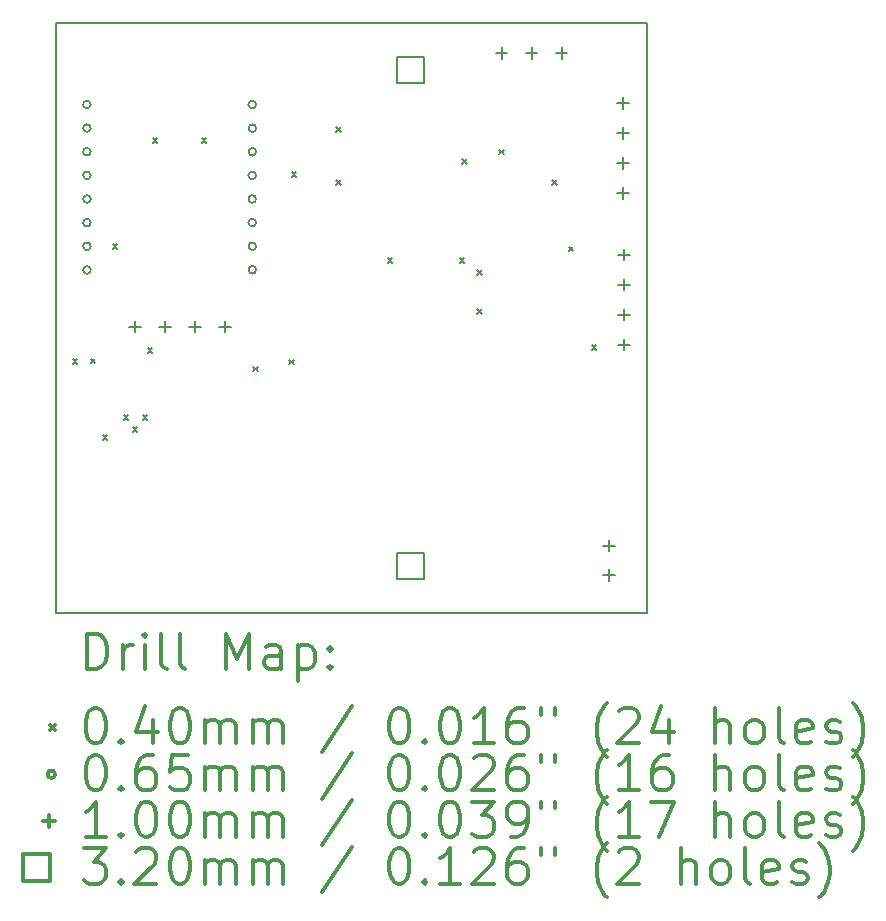
<source format=gbr>
%FSLAX45Y45*%
G04 Gerber Fmt 4.5, Leading zero omitted, Abs format (unit mm)*
G04 Created by KiCad (PCBNEW 4.0.2-stable) date 6/15/2017 12:31:15 PM*
%MOMM*%
G01*
G04 APERTURE LIST*
%ADD10C,0.127000*%
%ADD11C,0.150000*%
%ADD12C,0.200000*%
%ADD13C,0.300000*%
G04 APERTURE END LIST*
D10*
D11*
X10000000Y-10000000D02*
X10000000Y-15000000D01*
X15000000Y-10000000D02*
X10000000Y-10000000D01*
X15000000Y-15000000D02*
X15000000Y-10000000D01*
X10000000Y-15000000D02*
X15000000Y-15000000D01*
D12*
X10140000Y-12847640D02*
X10180000Y-12887640D01*
X10180000Y-12847640D02*
X10140000Y-12887640D01*
X10292400Y-12845100D02*
X10332400Y-12885100D01*
X10332400Y-12845100D02*
X10292400Y-12885100D01*
X10394000Y-13492800D02*
X10434000Y-13532800D01*
X10434000Y-13492800D02*
X10394000Y-13532800D01*
X10479998Y-11874579D02*
X10519998Y-11914579D01*
X10519998Y-11874579D02*
X10479998Y-11914579D01*
X10571800Y-13325160D02*
X10611800Y-13365160D01*
X10611800Y-13325160D02*
X10571800Y-13365160D01*
X10648000Y-13426760D02*
X10688000Y-13466760D01*
X10688000Y-13426760D02*
X10648000Y-13466760D01*
X10734360Y-13325160D02*
X10774360Y-13365160D01*
X10774360Y-13325160D02*
X10734360Y-13365160D01*
X10775000Y-12756200D02*
X10815000Y-12796200D01*
X10815000Y-12756200D02*
X10775000Y-12796200D01*
X10818180Y-10975660D02*
X10858180Y-11015660D01*
X10858180Y-10975660D02*
X10818180Y-11015660D01*
X11232200Y-10975660D02*
X11272200Y-11015660D01*
X11272200Y-10975660D02*
X11232200Y-11015660D01*
X11669080Y-12913680D02*
X11709080Y-12953680D01*
X11709080Y-12913680D02*
X11669080Y-12953680D01*
X11973880Y-12852720D02*
X12013880Y-12892720D01*
X12013880Y-12852720D02*
X11973880Y-12892720D01*
X11994200Y-11267760D02*
X12034200Y-11307760D01*
X12034200Y-11267760D02*
X11994200Y-11307760D01*
X12370120Y-10886760D02*
X12410120Y-10926760D01*
X12410120Y-10886760D02*
X12370120Y-10926760D01*
X12370120Y-11335920D02*
X12410120Y-11375920D01*
X12410120Y-11335920D02*
X12370120Y-11375920D01*
X12807000Y-11994200D02*
X12847000Y-12034200D01*
X12847000Y-11994200D02*
X12807000Y-12034200D01*
X13416600Y-11994200D02*
X13456600Y-12034200D01*
X13456600Y-11994200D02*
X13416600Y-12034200D01*
X13436920Y-11156000D02*
X13476920Y-11196000D01*
X13476920Y-11156000D02*
X13436920Y-11196000D01*
X13563920Y-12095800D02*
X13603920Y-12135800D01*
X13603920Y-12095800D02*
X13563920Y-12135800D01*
X13563920Y-12426000D02*
X13603920Y-12466000D01*
X13603920Y-12426000D02*
X13563920Y-12466000D01*
X13751880Y-11074720D02*
X13791880Y-11114720D01*
X13791880Y-11074720D02*
X13751880Y-11114720D01*
X14203100Y-11333800D02*
X14243100Y-11373800D01*
X14243100Y-11333800D02*
X14203100Y-11373800D01*
X14341160Y-11897680D02*
X14381160Y-11937680D01*
X14381160Y-11897680D02*
X14341160Y-11937680D01*
X14534200Y-12730800D02*
X14574200Y-12770800D01*
X14574200Y-12730800D02*
X14534200Y-12770800D01*
X10294100Y-10693400D02*
G75*
G03X10294100Y-10693400I-32500J0D01*
G01*
X10294100Y-10893400D02*
G75*
G03X10294100Y-10893400I-32500J0D01*
G01*
X10294100Y-11093400D02*
G75*
G03X10294100Y-11093400I-32500J0D01*
G01*
X10294100Y-11293400D02*
G75*
G03X10294100Y-11293400I-32500J0D01*
G01*
X10294100Y-11493400D02*
G75*
G03X10294100Y-11493400I-32500J0D01*
G01*
X10294100Y-11693400D02*
G75*
G03X10294100Y-11693400I-32500J0D01*
G01*
X10294100Y-11893400D02*
G75*
G03X10294100Y-11893400I-32500J0D01*
G01*
X10294100Y-12093400D02*
G75*
G03X10294100Y-12093400I-32500J0D01*
G01*
X11694100Y-10693400D02*
G75*
G03X11694100Y-10693400I-32500J0D01*
G01*
X11694100Y-10893400D02*
G75*
G03X11694100Y-10893400I-32500J0D01*
G01*
X11694100Y-11093400D02*
G75*
G03X11694100Y-11093400I-32500J0D01*
G01*
X11694100Y-11293400D02*
G75*
G03X11694100Y-11293400I-32500J0D01*
G01*
X11694100Y-11493400D02*
G75*
G03X11694100Y-11493400I-32500J0D01*
G01*
X11694100Y-11693400D02*
G75*
G03X11694100Y-11693400I-32500J0D01*
G01*
X11694100Y-11893400D02*
G75*
G03X11694100Y-11893400I-32500J0D01*
G01*
X11694100Y-12093400D02*
G75*
G03X11694100Y-12093400I-32500J0D01*
G01*
X10668000Y-12523000D02*
X10668000Y-12623000D01*
X10618000Y-12573000D02*
X10718000Y-12573000D01*
X10922000Y-12523000D02*
X10922000Y-12623000D01*
X10872000Y-12573000D02*
X10972000Y-12573000D01*
X11176000Y-12523000D02*
X11176000Y-12623000D01*
X11126000Y-12573000D02*
X11226000Y-12573000D01*
X11430000Y-12523000D02*
X11430000Y-12623000D01*
X11380000Y-12573000D02*
X11480000Y-12573000D01*
X13771880Y-10206520D02*
X13771880Y-10306520D01*
X13721880Y-10256520D02*
X13821880Y-10256520D01*
X14025880Y-10206520D02*
X14025880Y-10306520D01*
X13975880Y-10256520D02*
X14075880Y-10256520D01*
X14279880Y-10206520D02*
X14279880Y-10306520D01*
X14229880Y-10256520D02*
X14329880Y-10256520D01*
X14681200Y-14377200D02*
X14681200Y-14477200D01*
X14631200Y-14427200D02*
X14731200Y-14427200D01*
X14681200Y-14627200D02*
X14681200Y-14727200D01*
X14631200Y-14677200D02*
X14731200Y-14677200D01*
X14803120Y-10633240D02*
X14803120Y-10733240D01*
X14753120Y-10683240D02*
X14853120Y-10683240D01*
X14803120Y-10887240D02*
X14803120Y-10987240D01*
X14753120Y-10937240D02*
X14853120Y-10937240D01*
X14803120Y-11141240D02*
X14803120Y-11241240D01*
X14753120Y-11191240D02*
X14853120Y-11191240D01*
X14803120Y-11395240D02*
X14803120Y-11495240D01*
X14753120Y-11445240D02*
X14853120Y-11445240D01*
X14808200Y-11913400D02*
X14808200Y-12013400D01*
X14758200Y-11963400D02*
X14858200Y-11963400D01*
X14808200Y-12167400D02*
X14808200Y-12267400D01*
X14758200Y-12217400D02*
X14858200Y-12217400D01*
X14808200Y-12421400D02*
X14808200Y-12521400D01*
X14758200Y-12471400D02*
X14858200Y-12471400D01*
X14808200Y-12675400D02*
X14808200Y-12775400D01*
X14758200Y-12725400D02*
X14858200Y-12725400D01*
X13113138Y-10513138D02*
X13113138Y-10286862D01*
X12886862Y-10286862D01*
X12886862Y-10513138D01*
X13113138Y-10513138D01*
X13113138Y-14713138D02*
X13113138Y-14486862D01*
X12886862Y-14486862D01*
X12886862Y-14713138D01*
X13113138Y-14713138D01*
D13*
X10263929Y-15473214D02*
X10263929Y-15173214D01*
X10335357Y-15173214D01*
X10378214Y-15187500D01*
X10406786Y-15216071D01*
X10421071Y-15244643D01*
X10435357Y-15301786D01*
X10435357Y-15344643D01*
X10421071Y-15401786D01*
X10406786Y-15430357D01*
X10378214Y-15458929D01*
X10335357Y-15473214D01*
X10263929Y-15473214D01*
X10563929Y-15473214D02*
X10563929Y-15273214D01*
X10563929Y-15330357D02*
X10578214Y-15301786D01*
X10592500Y-15287500D01*
X10621071Y-15273214D01*
X10649643Y-15273214D01*
X10749643Y-15473214D02*
X10749643Y-15273214D01*
X10749643Y-15173214D02*
X10735357Y-15187500D01*
X10749643Y-15201786D01*
X10763929Y-15187500D01*
X10749643Y-15173214D01*
X10749643Y-15201786D01*
X10935357Y-15473214D02*
X10906786Y-15458929D01*
X10892500Y-15430357D01*
X10892500Y-15173214D01*
X11092500Y-15473214D02*
X11063929Y-15458929D01*
X11049643Y-15430357D01*
X11049643Y-15173214D01*
X11435357Y-15473214D02*
X11435357Y-15173214D01*
X11535357Y-15387500D01*
X11635357Y-15173214D01*
X11635357Y-15473214D01*
X11906786Y-15473214D02*
X11906786Y-15316071D01*
X11892500Y-15287500D01*
X11863928Y-15273214D01*
X11806786Y-15273214D01*
X11778214Y-15287500D01*
X11906786Y-15458929D02*
X11878214Y-15473214D01*
X11806786Y-15473214D01*
X11778214Y-15458929D01*
X11763928Y-15430357D01*
X11763928Y-15401786D01*
X11778214Y-15373214D01*
X11806786Y-15358929D01*
X11878214Y-15358929D01*
X11906786Y-15344643D01*
X12049643Y-15273214D02*
X12049643Y-15573214D01*
X12049643Y-15287500D02*
X12078214Y-15273214D01*
X12135357Y-15273214D01*
X12163928Y-15287500D01*
X12178214Y-15301786D01*
X12192500Y-15330357D01*
X12192500Y-15416071D01*
X12178214Y-15444643D01*
X12163928Y-15458929D01*
X12135357Y-15473214D01*
X12078214Y-15473214D01*
X12049643Y-15458929D01*
X12321071Y-15444643D02*
X12335357Y-15458929D01*
X12321071Y-15473214D01*
X12306786Y-15458929D01*
X12321071Y-15444643D01*
X12321071Y-15473214D01*
X12321071Y-15287500D02*
X12335357Y-15301786D01*
X12321071Y-15316071D01*
X12306786Y-15301786D01*
X12321071Y-15287500D01*
X12321071Y-15316071D01*
X9952500Y-15947500D02*
X9992500Y-15987500D01*
X9992500Y-15947500D02*
X9952500Y-15987500D01*
X10321071Y-15803214D02*
X10349643Y-15803214D01*
X10378214Y-15817500D01*
X10392500Y-15831786D01*
X10406786Y-15860357D01*
X10421071Y-15917500D01*
X10421071Y-15988929D01*
X10406786Y-16046071D01*
X10392500Y-16074643D01*
X10378214Y-16088929D01*
X10349643Y-16103214D01*
X10321071Y-16103214D01*
X10292500Y-16088929D01*
X10278214Y-16074643D01*
X10263929Y-16046071D01*
X10249643Y-15988929D01*
X10249643Y-15917500D01*
X10263929Y-15860357D01*
X10278214Y-15831786D01*
X10292500Y-15817500D01*
X10321071Y-15803214D01*
X10549643Y-16074643D02*
X10563929Y-16088929D01*
X10549643Y-16103214D01*
X10535357Y-16088929D01*
X10549643Y-16074643D01*
X10549643Y-16103214D01*
X10821071Y-15903214D02*
X10821071Y-16103214D01*
X10749643Y-15788929D02*
X10678214Y-16003214D01*
X10863928Y-16003214D01*
X11035357Y-15803214D02*
X11063929Y-15803214D01*
X11092500Y-15817500D01*
X11106786Y-15831786D01*
X11121071Y-15860357D01*
X11135357Y-15917500D01*
X11135357Y-15988929D01*
X11121071Y-16046071D01*
X11106786Y-16074643D01*
X11092500Y-16088929D01*
X11063929Y-16103214D01*
X11035357Y-16103214D01*
X11006786Y-16088929D01*
X10992500Y-16074643D01*
X10978214Y-16046071D01*
X10963929Y-15988929D01*
X10963929Y-15917500D01*
X10978214Y-15860357D01*
X10992500Y-15831786D01*
X11006786Y-15817500D01*
X11035357Y-15803214D01*
X11263928Y-16103214D02*
X11263928Y-15903214D01*
X11263928Y-15931786D02*
X11278214Y-15917500D01*
X11306786Y-15903214D01*
X11349643Y-15903214D01*
X11378214Y-15917500D01*
X11392500Y-15946071D01*
X11392500Y-16103214D01*
X11392500Y-15946071D02*
X11406786Y-15917500D01*
X11435357Y-15903214D01*
X11478214Y-15903214D01*
X11506786Y-15917500D01*
X11521071Y-15946071D01*
X11521071Y-16103214D01*
X11663928Y-16103214D02*
X11663928Y-15903214D01*
X11663928Y-15931786D02*
X11678214Y-15917500D01*
X11706786Y-15903214D01*
X11749643Y-15903214D01*
X11778214Y-15917500D01*
X11792500Y-15946071D01*
X11792500Y-16103214D01*
X11792500Y-15946071D02*
X11806786Y-15917500D01*
X11835357Y-15903214D01*
X11878214Y-15903214D01*
X11906786Y-15917500D01*
X11921071Y-15946071D01*
X11921071Y-16103214D01*
X12506786Y-15788929D02*
X12249643Y-16174643D01*
X12892500Y-15803214D02*
X12921071Y-15803214D01*
X12949643Y-15817500D01*
X12963928Y-15831786D01*
X12978214Y-15860357D01*
X12992500Y-15917500D01*
X12992500Y-15988929D01*
X12978214Y-16046071D01*
X12963928Y-16074643D01*
X12949643Y-16088929D01*
X12921071Y-16103214D01*
X12892500Y-16103214D01*
X12863928Y-16088929D01*
X12849643Y-16074643D01*
X12835357Y-16046071D01*
X12821071Y-15988929D01*
X12821071Y-15917500D01*
X12835357Y-15860357D01*
X12849643Y-15831786D01*
X12863928Y-15817500D01*
X12892500Y-15803214D01*
X13121071Y-16074643D02*
X13135357Y-16088929D01*
X13121071Y-16103214D01*
X13106786Y-16088929D01*
X13121071Y-16074643D01*
X13121071Y-16103214D01*
X13321071Y-15803214D02*
X13349643Y-15803214D01*
X13378214Y-15817500D01*
X13392500Y-15831786D01*
X13406785Y-15860357D01*
X13421071Y-15917500D01*
X13421071Y-15988929D01*
X13406785Y-16046071D01*
X13392500Y-16074643D01*
X13378214Y-16088929D01*
X13349643Y-16103214D01*
X13321071Y-16103214D01*
X13292500Y-16088929D01*
X13278214Y-16074643D01*
X13263928Y-16046071D01*
X13249643Y-15988929D01*
X13249643Y-15917500D01*
X13263928Y-15860357D01*
X13278214Y-15831786D01*
X13292500Y-15817500D01*
X13321071Y-15803214D01*
X13706785Y-16103214D02*
X13535357Y-16103214D01*
X13621071Y-16103214D02*
X13621071Y-15803214D01*
X13592500Y-15846071D01*
X13563928Y-15874643D01*
X13535357Y-15888929D01*
X13963928Y-15803214D02*
X13906785Y-15803214D01*
X13878214Y-15817500D01*
X13863928Y-15831786D01*
X13835357Y-15874643D01*
X13821071Y-15931786D01*
X13821071Y-16046071D01*
X13835357Y-16074643D01*
X13849643Y-16088929D01*
X13878214Y-16103214D01*
X13935357Y-16103214D01*
X13963928Y-16088929D01*
X13978214Y-16074643D01*
X13992500Y-16046071D01*
X13992500Y-15974643D01*
X13978214Y-15946071D01*
X13963928Y-15931786D01*
X13935357Y-15917500D01*
X13878214Y-15917500D01*
X13849643Y-15931786D01*
X13835357Y-15946071D01*
X13821071Y-15974643D01*
X14106786Y-15803214D02*
X14106786Y-15860357D01*
X14221071Y-15803214D02*
X14221071Y-15860357D01*
X14663928Y-16217500D02*
X14649643Y-16203214D01*
X14621071Y-16160357D01*
X14606785Y-16131786D01*
X14592500Y-16088929D01*
X14578214Y-16017500D01*
X14578214Y-15960357D01*
X14592500Y-15888929D01*
X14606785Y-15846071D01*
X14621071Y-15817500D01*
X14649643Y-15774643D01*
X14663928Y-15760357D01*
X14763928Y-15831786D02*
X14778214Y-15817500D01*
X14806785Y-15803214D01*
X14878214Y-15803214D01*
X14906785Y-15817500D01*
X14921071Y-15831786D01*
X14935357Y-15860357D01*
X14935357Y-15888929D01*
X14921071Y-15931786D01*
X14749643Y-16103214D01*
X14935357Y-16103214D01*
X15192500Y-15903214D02*
X15192500Y-16103214D01*
X15121071Y-15788929D02*
X15049643Y-16003214D01*
X15235357Y-16003214D01*
X15578214Y-16103214D02*
X15578214Y-15803214D01*
X15706785Y-16103214D02*
X15706785Y-15946071D01*
X15692500Y-15917500D01*
X15663928Y-15903214D01*
X15621071Y-15903214D01*
X15592500Y-15917500D01*
X15578214Y-15931786D01*
X15892500Y-16103214D02*
X15863928Y-16088929D01*
X15849643Y-16074643D01*
X15835357Y-16046071D01*
X15835357Y-15960357D01*
X15849643Y-15931786D01*
X15863928Y-15917500D01*
X15892500Y-15903214D01*
X15935357Y-15903214D01*
X15963928Y-15917500D01*
X15978214Y-15931786D01*
X15992500Y-15960357D01*
X15992500Y-16046071D01*
X15978214Y-16074643D01*
X15963928Y-16088929D01*
X15935357Y-16103214D01*
X15892500Y-16103214D01*
X16163928Y-16103214D02*
X16135357Y-16088929D01*
X16121071Y-16060357D01*
X16121071Y-15803214D01*
X16392500Y-16088929D02*
X16363928Y-16103214D01*
X16306786Y-16103214D01*
X16278214Y-16088929D01*
X16263928Y-16060357D01*
X16263928Y-15946071D01*
X16278214Y-15917500D01*
X16306786Y-15903214D01*
X16363928Y-15903214D01*
X16392500Y-15917500D01*
X16406786Y-15946071D01*
X16406786Y-15974643D01*
X16263928Y-16003214D01*
X16521071Y-16088929D02*
X16549643Y-16103214D01*
X16606786Y-16103214D01*
X16635357Y-16088929D01*
X16649643Y-16060357D01*
X16649643Y-16046071D01*
X16635357Y-16017500D01*
X16606786Y-16003214D01*
X16563928Y-16003214D01*
X16535357Y-15988929D01*
X16521071Y-15960357D01*
X16521071Y-15946071D01*
X16535357Y-15917500D01*
X16563928Y-15903214D01*
X16606786Y-15903214D01*
X16635357Y-15917500D01*
X16749643Y-16217500D02*
X16763928Y-16203214D01*
X16792500Y-16160357D01*
X16806786Y-16131786D01*
X16821071Y-16088929D01*
X16835357Y-16017500D01*
X16835357Y-15960357D01*
X16821071Y-15888929D01*
X16806786Y-15846071D01*
X16792500Y-15817500D01*
X16763928Y-15774643D01*
X16749643Y-15760357D01*
X9992500Y-16363500D02*
G75*
G03X9992500Y-16363500I-32500J0D01*
G01*
X10321071Y-16199214D02*
X10349643Y-16199214D01*
X10378214Y-16213500D01*
X10392500Y-16227786D01*
X10406786Y-16256357D01*
X10421071Y-16313500D01*
X10421071Y-16384929D01*
X10406786Y-16442071D01*
X10392500Y-16470643D01*
X10378214Y-16484929D01*
X10349643Y-16499214D01*
X10321071Y-16499214D01*
X10292500Y-16484929D01*
X10278214Y-16470643D01*
X10263929Y-16442071D01*
X10249643Y-16384929D01*
X10249643Y-16313500D01*
X10263929Y-16256357D01*
X10278214Y-16227786D01*
X10292500Y-16213500D01*
X10321071Y-16199214D01*
X10549643Y-16470643D02*
X10563929Y-16484929D01*
X10549643Y-16499214D01*
X10535357Y-16484929D01*
X10549643Y-16470643D01*
X10549643Y-16499214D01*
X10821071Y-16199214D02*
X10763928Y-16199214D01*
X10735357Y-16213500D01*
X10721071Y-16227786D01*
X10692500Y-16270643D01*
X10678214Y-16327786D01*
X10678214Y-16442071D01*
X10692500Y-16470643D01*
X10706786Y-16484929D01*
X10735357Y-16499214D01*
X10792500Y-16499214D01*
X10821071Y-16484929D01*
X10835357Y-16470643D01*
X10849643Y-16442071D01*
X10849643Y-16370643D01*
X10835357Y-16342071D01*
X10821071Y-16327786D01*
X10792500Y-16313500D01*
X10735357Y-16313500D01*
X10706786Y-16327786D01*
X10692500Y-16342071D01*
X10678214Y-16370643D01*
X11121071Y-16199214D02*
X10978214Y-16199214D01*
X10963929Y-16342071D01*
X10978214Y-16327786D01*
X11006786Y-16313500D01*
X11078214Y-16313500D01*
X11106786Y-16327786D01*
X11121071Y-16342071D01*
X11135357Y-16370643D01*
X11135357Y-16442071D01*
X11121071Y-16470643D01*
X11106786Y-16484929D01*
X11078214Y-16499214D01*
X11006786Y-16499214D01*
X10978214Y-16484929D01*
X10963929Y-16470643D01*
X11263928Y-16499214D02*
X11263928Y-16299214D01*
X11263928Y-16327786D02*
X11278214Y-16313500D01*
X11306786Y-16299214D01*
X11349643Y-16299214D01*
X11378214Y-16313500D01*
X11392500Y-16342071D01*
X11392500Y-16499214D01*
X11392500Y-16342071D02*
X11406786Y-16313500D01*
X11435357Y-16299214D01*
X11478214Y-16299214D01*
X11506786Y-16313500D01*
X11521071Y-16342071D01*
X11521071Y-16499214D01*
X11663928Y-16499214D02*
X11663928Y-16299214D01*
X11663928Y-16327786D02*
X11678214Y-16313500D01*
X11706786Y-16299214D01*
X11749643Y-16299214D01*
X11778214Y-16313500D01*
X11792500Y-16342071D01*
X11792500Y-16499214D01*
X11792500Y-16342071D02*
X11806786Y-16313500D01*
X11835357Y-16299214D01*
X11878214Y-16299214D01*
X11906786Y-16313500D01*
X11921071Y-16342071D01*
X11921071Y-16499214D01*
X12506786Y-16184929D02*
X12249643Y-16570643D01*
X12892500Y-16199214D02*
X12921071Y-16199214D01*
X12949643Y-16213500D01*
X12963928Y-16227786D01*
X12978214Y-16256357D01*
X12992500Y-16313500D01*
X12992500Y-16384929D01*
X12978214Y-16442071D01*
X12963928Y-16470643D01*
X12949643Y-16484929D01*
X12921071Y-16499214D01*
X12892500Y-16499214D01*
X12863928Y-16484929D01*
X12849643Y-16470643D01*
X12835357Y-16442071D01*
X12821071Y-16384929D01*
X12821071Y-16313500D01*
X12835357Y-16256357D01*
X12849643Y-16227786D01*
X12863928Y-16213500D01*
X12892500Y-16199214D01*
X13121071Y-16470643D02*
X13135357Y-16484929D01*
X13121071Y-16499214D01*
X13106786Y-16484929D01*
X13121071Y-16470643D01*
X13121071Y-16499214D01*
X13321071Y-16199214D02*
X13349643Y-16199214D01*
X13378214Y-16213500D01*
X13392500Y-16227786D01*
X13406785Y-16256357D01*
X13421071Y-16313500D01*
X13421071Y-16384929D01*
X13406785Y-16442071D01*
X13392500Y-16470643D01*
X13378214Y-16484929D01*
X13349643Y-16499214D01*
X13321071Y-16499214D01*
X13292500Y-16484929D01*
X13278214Y-16470643D01*
X13263928Y-16442071D01*
X13249643Y-16384929D01*
X13249643Y-16313500D01*
X13263928Y-16256357D01*
X13278214Y-16227786D01*
X13292500Y-16213500D01*
X13321071Y-16199214D01*
X13535357Y-16227786D02*
X13549643Y-16213500D01*
X13578214Y-16199214D01*
X13649643Y-16199214D01*
X13678214Y-16213500D01*
X13692500Y-16227786D01*
X13706785Y-16256357D01*
X13706785Y-16284929D01*
X13692500Y-16327786D01*
X13521071Y-16499214D01*
X13706785Y-16499214D01*
X13963928Y-16199214D02*
X13906785Y-16199214D01*
X13878214Y-16213500D01*
X13863928Y-16227786D01*
X13835357Y-16270643D01*
X13821071Y-16327786D01*
X13821071Y-16442071D01*
X13835357Y-16470643D01*
X13849643Y-16484929D01*
X13878214Y-16499214D01*
X13935357Y-16499214D01*
X13963928Y-16484929D01*
X13978214Y-16470643D01*
X13992500Y-16442071D01*
X13992500Y-16370643D01*
X13978214Y-16342071D01*
X13963928Y-16327786D01*
X13935357Y-16313500D01*
X13878214Y-16313500D01*
X13849643Y-16327786D01*
X13835357Y-16342071D01*
X13821071Y-16370643D01*
X14106786Y-16199214D02*
X14106786Y-16256357D01*
X14221071Y-16199214D02*
X14221071Y-16256357D01*
X14663928Y-16613500D02*
X14649643Y-16599214D01*
X14621071Y-16556357D01*
X14606785Y-16527786D01*
X14592500Y-16484929D01*
X14578214Y-16413500D01*
X14578214Y-16356357D01*
X14592500Y-16284929D01*
X14606785Y-16242071D01*
X14621071Y-16213500D01*
X14649643Y-16170643D01*
X14663928Y-16156357D01*
X14935357Y-16499214D02*
X14763928Y-16499214D01*
X14849643Y-16499214D02*
X14849643Y-16199214D01*
X14821071Y-16242071D01*
X14792500Y-16270643D01*
X14763928Y-16284929D01*
X15192500Y-16199214D02*
X15135357Y-16199214D01*
X15106785Y-16213500D01*
X15092500Y-16227786D01*
X15063928Y-16270643D01*
X15049643Y-16327786D01*
X15049643Y-16442071D01*
X15063928Y-16470643D01*
X15078214Y-16484929D01*
X15106785Y-16499214D01*
X15163928Y-16499214D01*
X15192500Y-16484929D01*
X15206785Y-16470643D01*
X15221071Y-16442071D01*
X15221071Y-16370643D01*
X15206785Y-16342071D01*
X15192500Y-16327786D01*
X15163928Y-16313500D01*
X15106785Y-16313500D01*
X15078214Y-16327786D01*
X15063928Y-16342071D01*
X15049643Y-16370643D01*
X15578214Y-16499214D02*
X15578214Y-16199214D01*
X15706785Y-16499214D02*
X15706785Y-16342071D01*
X15692500Y-16313500D01*
X15663928Y-16299214D01*
X15621071Y-16299214D01*
X15592500Y-16313500D01*
X15578214Y-16327786D01*
X15892500Y-16499214D02*
X15863928Y-16484929D01*
X15849643Y-16470643D01*
X15835357Y-16442071D01*
X15835357Y-16356357D01*
X15849643Y-16327786D01*
X15863928Y-16313500D01*
X15892500Y-16299214D01*
X15935357Y-16299214D01*
X15963928Y-16313500D01*
X15978214Y-16327786D01*
X15992500Y-16356357D01*
X15992500Y-16442071D01*
X15978214Y-16470643D01*
X15963928Y-16484929D01*
X15935357Y-16499214D01*
X15892500Y-16499214D01*
X16163928Y-16499214D02*
X16135357Y-16484929D01*
X16121071Y-16456357D01*
X16121071Y-16199214D01*
X16392500Y-16484929D02*
X16363928Y-16499214D01*
X16306786Y-16499214D01*
X16278214Y-16484929D01*
X16263928Y-16456357D01*
X16263928Y-16342071D01*
X16278214Y-16313500D01*
X16306786Y-16299214D01*
X16363928Y-16299214D01*
X16392500Y-16313500D01*
X16406786Y-16342071D01*
X16406786Y-16370643D01*
X16263928Y-16399214D01*
X16521071Y-16484929D02*
X16549643Y-16499214D01*
X16606786Y-16499214D01*
X16635357Y-16484929D01*
X16649643Y-16456357D01*
X16649643Y-16442071D01*
X16635357Y-16413500D01*
X16606786Y-16399214D01*
X16563928Y-16399214D01*
X16535357Y-16384929D01*
X16521071Y-16356357D01*
X16521071Y-16342071D01*
X16535357Y-16313500D01*
X16563928Y-16299214D01*
X16606786Y-16299214D01*
X16635357Y-16313500D01*
X16749643Y-16613500D02*
X16763928Y-16599214D01*
X16792500Y-16556357D01*
X16806786Y-16527786D01*
X16821071Y-16484929D01*
X16835357Y-16413500D01*
X16835357Y-16356357D01*
X16821071Y-16284929D01*
X16806786Y-16242071D01*
X16792500Y-16213500D01*
X16763928Y-16170643D01*
X16749643Y-16156357D01*
X9942500Y-16709500D02*
X9942500Y-16809500D01*
X9892500Y-16759500D02*
X9992500Y-16759500D01*
X10421071Y-16895214D02*
X10249643Y-16895214D01*
X10335357Y-16895214D02*
X10335357Y-16595214D01*
X10306786Y-16638071D01*
X10278214Y-16666643D01*
X10249643Y-16680929D01*
X10549643Y-16866643D02*
X10563929Y-16880929D01*
X10549643Y-16895214D01*
X10535357Y-16880929D01*
X10549643Y-16866643D01*
X10549643Y-16895214D01*
X10749643Y-16595214D02*
X10778214Y-16595214D01*
X10806786Y-16609500D01*
X10821071Y-16623786D01*
X10835357Y-16652357D01*
X10849643Y-16709500D01*
X10849643Y-16780929D01*
X10835357Y-16838072D01*
X10821071Y-16866643D01*
X10806786Y-16880929D01*
X10778214Y-16895214D01*
X10749643Y-16895214D01*
X10721071Y-16880929D01*
X10706786Y-16866643D01*
X10692500Y-16838072D01*
X10678214Y-16780929D01*
X10678214Y-16709500D01*
X10692500Y-16652357D01*
X10706786Y-16623786D01*
X10721071Y-16609500D01*
X10749643Y-16595214D01*
X11035357Y-16595214D02*
X11063929Y-16595214D01*
X11092500Y-16609500D01*
X11106786Y-16623786D01*
X11121071Y-16652357D01*
X11135357Y-16709500D01*
X11135357Y-16780929D01*
X11121071Y-16838072D01*
X11106786Y-16866643D01*
X11092500Y-16880929D01*
X11063929Y-16895214D01*
X11035357Y-16895214D01*
X11006786Y-16880929D01*
X10992500Y-16866643D01*
X10978214Y-16838072D01*
X10963929Y-16780929D01*
X10963929Y-16709500D01*
X10978214Y-16652357D01*
X10992500Y-16623786D01*
X11006786Y-16609500D01*
X11035357Y-16595214D01*
X11263928Y-16895214D02*
X11263928Y-16695214D01*
X11263928Y-16723786D02*
X11278214Y-16709500D01*
X11306786Y-16695214D01*
X11349643Y-16695214D01*
X11378214Y-16709500D01*
X11392500Y-16738071D01*
X11392500Y-16895214D01*
X11392500Y-16738071D02*
X11406786Y-16709500D01*
X11435357Y-16695214D01*
X11478214Y-16695214D01*
X11506786Y-16709500D01*
X11521071Y-16738071D01*
X11521071Y-16895214D01*
X11663928Y-16895214D02*
X11663928Y-16695214D01*
X11663928Y-16723786D02*
X11678214Y-16709500D01*
X11706786Y-16695214D01*
X11749643Y-16695214D01*
X11778214Y-16709500D01*
X11792500Y-16738071D01*
X11792500Y-16895214D01*
X11792500Y-16738071D02*
X11806786Y-16709500D01*
X11835357Y-16695214D01*
X11878214Y-16695214D01*
X11906786Y-16709500D01*
X11921071Y-16738071D01*
X11921071Y-16895214D01*
X12506786Y-16580929D02*
X12249643Y-16966643D01*
X12892500Y-16595214D02*
X12921071Y-16595214D01*
X12949643Y-16609500D01*
X12963928Y-16623786D01*
X12978214Y-16652357D01*
X12992500Y-16709500D01*
X12992500Y-16780929D01*
X12978214Y-16838072D01*
X12963928Y-16866643D01*
X12949643Y-16880929D01*
X12921071Y-16895214D01*
X12892500Y-16895214D01*
X12863928Y-16880929D01*
X12849643Y-16866643D01*
X12835357Y-16838072D01*
X12821071Y-16780929D01*
X12821071Y-16709500D01*
X12835357Y-16652357D01*
X12849643Y-16623786D01*
X12863928Y-16609500D01*
X12892500Y-16595214D01*
X13121071Y-16866643D02*
X13135357Y-16880929D01*
X13121071Y-16895214D01*
X13106786Y-16880929D01*
X13121071Y-16866643D01*
X13121071Y-16895214D01*
X13321071Y-16595214D02*
X13349643Y-16595214D01*
X13378214Y-16609500D01*
X13392500Y-16623786D01*
X13406785Y-16652357D01*
X13421071Y-16709500D01*
X13421071Y-16780929D01*
X13406785Y-16838072D01*
X13392500Y-16866643D01*
X13378214Y-16880929D01*
X13349643Y-16895214D01*
X13321071Y-16895214D01*
X13292500Y-16880929D01*
X13278214Y-16866643D01*
X13263928Y-16838072D01*
X13249643Y-16780929D01*
X13249643Y-16709500D01*
X13263928Y-16652357D01*
X13278214Y-16623786D01*
X13292500Y-16609500D01*
X13321071Y-16595214D01*
X13521071Y-16595214D02*
X13706785Y-16595214D01*
X13606785Y-16709500D01*
X13649643Y-16709500D01*
X13678214Y-16723786D01*
X13692500Y-16738071D01*
X13706785Y-16766643D01*
X13706785Y-16838072D01*
X13692500Y-16866643D01*
X13678214Y-16880929D01*
X13649643Y-16895214D01*
X13563928Y-16895214D01*
X13535357Y-16880929D01*
X13521071Y-16866643D01*
X13849643Y-16895214D02*
X13906785Y-16895214D01*
X13935357Y-16880929D01*
X13949643Y-16866643D01*
X13978214Y-16823786D01*
X13992500Y-16766643D01*
X13992500Y-16652357D01*
X13978214Y-16623786D01*
X13963928Y-16609500D01*
X13935357Y-16595214D01*
X13878214Y-16595214D01*
X13849643Y-16609500D01*
X13835357Y-16623786D01*
X13821071Y-16652357D01*
X13821071Y-16723786D01*
X13835357Y-16752357D01*
X13849643Y-16766643D01*
X13878214Y-16780929D01*
X13935357Y-16780929D01*
X13963928Y-16766643D01*
X13978214Y-16752357D01*
X13992500Y-16723786D01*
X14106786Y-16595214D02*
X14106786Y-16652357D01*
X14221071Y-16595214D02*
X14221071Y-16652357D01*
X14663928Y-17009500D02*
X14649643Y-16995214D01*
X14621071Y-16952357D01*
X14606785Y-16923786D01*
X14592500Y-16880929D01*
X14578214Y-16809500D01*
X14578214Y-16752357D01*
X14592500Y-16680929D01*
X14606785Y-16638071D01*
X14621071Y-16609500D01*
X14649643Y-16566643D01*
X14663928Y-16552357D01*
X14935357Y-16895214D02*
X14763928Y-16895214D01*
X14849643Y-16895214D02*
X14849643Y-16595214D01*
X14821071Y-16638071D01*
X14792500Y-16666643D01*
X14763928Y-16680929D01*
X15035357Y-16595214D02*
X15235357Y-16595214D01*
X15106785Y-16895214D01*
X15578214Y-16895214D02*
X15578214Y-16595214D01*
X15706785Y-16895214D02*
X15706785Y-16738071D01*
X15692500Y-16709500D01*
X15663928Y-16695214D01*
X15621071Y-16695214D01*
X15592500Y-16709500D01*
X15578214Y-16723786D01*
X15892500Y-16895214D02*
X15863928Y-16880929D01*
X15849643Y-16866643D01*
X15835357Y-16838072D01*
X15835357Y-16752357D01*
X15849643Y-16723786D01*
X15863928Y-16709500D01*
X15892500Y-16695214D01*
X15935357Y-16695214D01*
X15963928Y-16709500D01*
X15978214Y-16723786D01*
X15992500Y-16752357D01*
X15992500Y-16838072D01*
X15978214Y-16866643D01*
X15963928Y-16880929D01*
X15935357Y-16895214D01*
X15892500Y-16895214D01*
X16163928Y-16895214D02*
X16135357Y-16880929D01*
X16121071Y-16852357D01*
X16121071Y-16595214D01*
X16392500Y-16880929D02*
X16363928Y-16895214D01*
X16306786Y-16895214D01*
X16278214Y-16880929D01*
X16263928Y-16852357D01*
X16263928Y-16738071D01*
X16278214Y-16709500D01*
X16306786Y-16695214D01*
X16363928Y-16695214D01*
X16392500Y-16709500D01*
X16406786Y-16738071D01*
X16406786Y-16766643D01*
X16263928Y-16795214D01*
X16521071Y-16880929D02*
X16549643Y-16895214D01*
X16606786Y-16895214D01*
X16635357Y-16880929D01*
X16649643Y-16852357D01*
X16649643Y-16838072D01*
X16635357Y-16809500D01*
X16606786Y-16795214D01*
X16563928Y-16795214D01*
X16535357Y-16780929D01*
X16521071Y-16752357D01*
X16521071Y-16738071D01*
X16535357Y-16709500D01*
X16563928Y-16695214D01*
X16606786Y-16695214D01*
X16635357Y-16709500D01*
X16749643Y-17009500D02*
X16763928Y-16995214D01*
X16792500Y-16952357D01*
X16806786Y-16923786D01*
X16821071Y-16880929D01*
X16835357Y-16809500D01*
X16835357Y-16752357D01*
X16821071Y-16680929D01*
X16806786Y-16638071D01*
X16792500Y-16609500D01*
X16763928Y-16566643D01*
X16749643Y-16552357D01*
X9945638Y-17268638D02*
X9945638Y-17042362D01*
X9719362Y-17042362D01*
X9719362Y-17268638D01*
X9945638Y-17268638D01*
X10235357Y-16991214D02*
X10421071Y-16991214D01*
X10321071Y-17105500D01*
X10363929Y-17105500D01*
X10392500Y-17119786D01*
X10406786Y-17134072D01*
X10421071Y-17162643D01*
X10421071Y-17234072D01*
X10406786Y-17262643D01*
X10392500Y-17276929D01*
X10363929Y-17291214D01*
X10278214Y-17291214D01*
X10249643Y-17276929D01*
X10235357Y-17262643D01*
X10549643Y-17262643D02*
X10563929Y-17276929D01*
X10549643Y-17291214D01*
X10535357Y-17276929D01*
X10549643Y-17262643D01*
X10549643Y-17291214D01*
X10678214Y-17019786D02*
X10692500Y-17005500D01*
X10721071Y-16991214D01*
X10792500Y-16991214D01*
X10821071Y-17005500D01*
X10835357Y-17019786D01*
X10849643Y-17048357D01*
X10849643Y-17076929D01*
X10835357Y-17119786D01*
X10663928Y-17291214D01*
X10849643Y-17291214D01*
X11035357Y-16991214D02*
X11063929Y-16991214D01*
X11092500Y-17005500D01*
X11106786Y-17019786D01*
X11121071Y-17048357D01*
X11135357Y-17105500D01*
X11135357Y-17176929D01*
X11121071Y-17234072D01*
X11106786Y-17262643D01*
X11092500Y-17276929D01*
X11063929Y-17291214D01*
X11035357Y-17291214D01*
X11006786Y-17276929D01*
X10992500Y-17262643D01*
X10978214Y-17234072D01*
X10963929Y-17176929D01*
X10963929Y-17105500D01*
X10978214Y-17048357D01*
X10992500Y-17019786D01*
X11006786Y-17005500D01*
X11035357Y-16991214D01*
X11263928Y-17291214D02*
X11263928Y-17091214D01*
X11263928Y-17119786D02*
X11278214Y-17105500D01*
X11306786Y-17091214D01*
X11349643Y-17091214D01*
X11378214Y-17105500D01*
X11392500Y-17134072D01*
X11392500Y-17291214D01*
X11392500Y-17134072D02*
X11406786Y-17105500D01*
X11435357Y-17091214D01*
X11478214Y-17091214D01*
X11506786Y-17105500D01*
X11521071Y-17134072D01*
X11521071Y-17291214D01*
X11663928Y-17291214D02*
X11663928Y-17091214D01*
X11663928Y-17119786D02*
X11678214Y-17105500D01*
X11706786Y-17091214D01*
X11749643Y-17091214D01*
X11778214Y-17105500D01*
X11792500Y-17134072D01*
X11792500Y-17291214D01*
X11792500Y-17134072D02*
X11806786Y-17105500D01*
X11835357Y-17091214D01*
X11878214Y-17091214D01*
X11906786Y-17105500D01*
X11921071Y-17134072D01*
X11921071Y-17291214D01*
X12506786Y-16976929D02*
X12249643Y-17362643D01*
X12892500Y-16991214D02*
X12921071Y-16991214D01*
X12949643Y-17005500D01*
X12963928Y-17019786D01*
X12978214Y-17048357D01*
X12992500Y-17105500D01*
X12992500Y-17176929D01*
X12978214Y-17234072D01*
X12963928Y-17262643D01*
X12949643Y-17276929D01*
X12921071Y-17291214D01*
X12892500Y-17291214D01*
X12863928Y-17276929D01*
X12849643Y-17262643D01*
X12835357Y-17234072D01*
X12821071Y-17176929D01*
X12821071Y-17105500D01*
X12835357Y-17048357D01*
X12849643Y-17019786D01*
X12863928Y-17005500D01*
X12892500Y-16991214D01*
X13121071Y-17262643D02*
X13135357Y-17276929D01*
X13121071Y-17291214D01*
X13106786Y-17276929D01*
X13121071Y-17262643D01*
X13121071Y-17291214D01*
X13421071Y-17291214D02*
X13249643Y-17291214D01*
X13335357Y-17291214D02*
X13335357Y-16991214D01*
X13306785Y-17034072D01*
X13278214Y-17062643D01*
X13249643Y-17076929D01*
X13535357Y-17019786D02*
X13549643Y-17005500D01*
X13578214Y-16991214D01*
X13649643Y-16991214D01*
X13678214Y-17005500D01*
X13692500Y-17019786D01*
X13706785Y-17048357D01*
X13706785Y-17076929D01*
X13692500Y-17119786D01*
X13521071Y-17291214D01*
X13706785Y-17291214D01*
X13963928Y-16991214D02*
X13906785Y-16991214D01*
X13878214Y-17005500D01*
X13863928Y-17019786D01*
X13835357Y-17062643D01*
X13821071Y-17119786D01*
X13821071Y-17234072D01*
X13835357Y-17262643D01*
X13849643Y-17276929D01*
X13878214Y-17291214D01*
X13935357Y-17291214D01*
X13963928Y-17276929D01*
X13978214Y-17262643D01*
X13992500Y-17234072D01*
X13992500Y-17162643D01*
X13978214Y-17134072D01*
X13963928Y-17119786D01*
X13935357Y-17105500D01*
X13878214Y-17105500D01*
X13849643Y-17119786D01*
X13835357Y-17134072D01*
X13821071Y-17162643D01*
X14106786Y-16991214D02*
X14106786Y-17048357D01*
X14221071Y-16991214D02*
X14221071Y-17048357D01*
X14663928Y-17405500D02*
X14649643Y-17391214D01*
X14621071Y-17348357D01*
X14606785Y-17319786D01*
X14592500Y-17276929D01*
X14578214Y-17205500D01*
X14578214Y-17148357D01*
X14592500Y-17076929D01*
X14606785Y-17034072D01*
X14621071Y-17005500D01*
X14649643Y-16962643D01*
X14663928Y-16948357D01*
X14763928Y-17019786D02*
X14778214Y-17005500D01*
X14806785Y-16991214D01*
X14878214Y-16991214D01*
X14906785Y-17005500D01*
X14921071Y-17019786D01*
X14935357Y-17048357D01*
X14935357Y-17076929D01*
X14921071Y-17119786D01*
X14749643Y-17291214D01*
X14935357Y-17291214D01*
X15292500Y-17291214D02*
X15292500Y-16991214D01*
X15421071Y-17291214D02*
X15421071Y-17134072D01*
X15406785Y-17105500D01*
X15378214Y-17091214D01*
X15335357Y-17091214D01*
X15306785Y-17105500D01*
X15292500Y-17119786D01*
X15606785Y-17291214D02*
X15578214Y-17276929D01*
X15563928Y-17262643D01*
X15549643Y-17234072D01*
X15549643Y-17148357D01*
X15563928Y-17119786D01*
X15578214Y-17105500D01*
X15606785Y-17091214D01*
X15649643Y-17091214D01*
X15678214Y-17105500D01*
X15692500Y-17119786D01*
X15706785Y-17148357D01*
X15706785Y-17234072D01*
X15692500Y-17262643D01*
X15678214Y-17276929D01*
X15649643Y-17291214D01*
X15606785Y-17291214D01*
X15878214Y-17291214D02*
X15849643Y-17276929D01*
X15835357Y-17248357D01*
X15835357Y-16991214D01*
X16106786Y-17276929D02*
X16078214Y-17291214D01*
X16021071Y-17291214D01*
X15992500Y-17276929D01*
X15978214Y-17248357D01*
X15978214Y-17134072D01*
X15992500Y-17105500D01*
X16021071Y-17091214D01*
X16078214Y-17091214D01*
X16106786Y-17105500D01*
X16121071Y-17134072D01*
X16121071Y-17162643D01*
X15978214Y-17191214D01*
X16235357Y-17276929D02*
X16263928Y-17291214D01*
X16321071Y-17291214D01*
X16349643Y-17276929D01*
X16363928Y-17248357D01*
X16363928Y-17234072D01*
X16349643Y-17205500D01*
X16321071Y-17191214D01*
X16278214Y-17191214D01*
X16249643Y-17176929D01*
X16235357Y-17148357D01*
X16235357Y-17134072D01*
X16249643Y-17105500D01*
X16278214Y-17091214D01*
X16321071Y-17091214D01*
X16349643Y-17105500D01*
X16463928Y-17405500D02*
X16478214Y-17391214D01*
X16506786Y-17348357D01*
X16521071Y-17319786D01*
X16535357Y-17276929D01*
X16549643Y-17205500D01*
X16549643Y-17148357D01*
X16535357Y-17076929D01*
X16521071Y-17034072D01*
X16506786Y-17005500D01*
X16478214Y-16962643D01*
X16463928Y-16948357D01*
M02*

</source>
